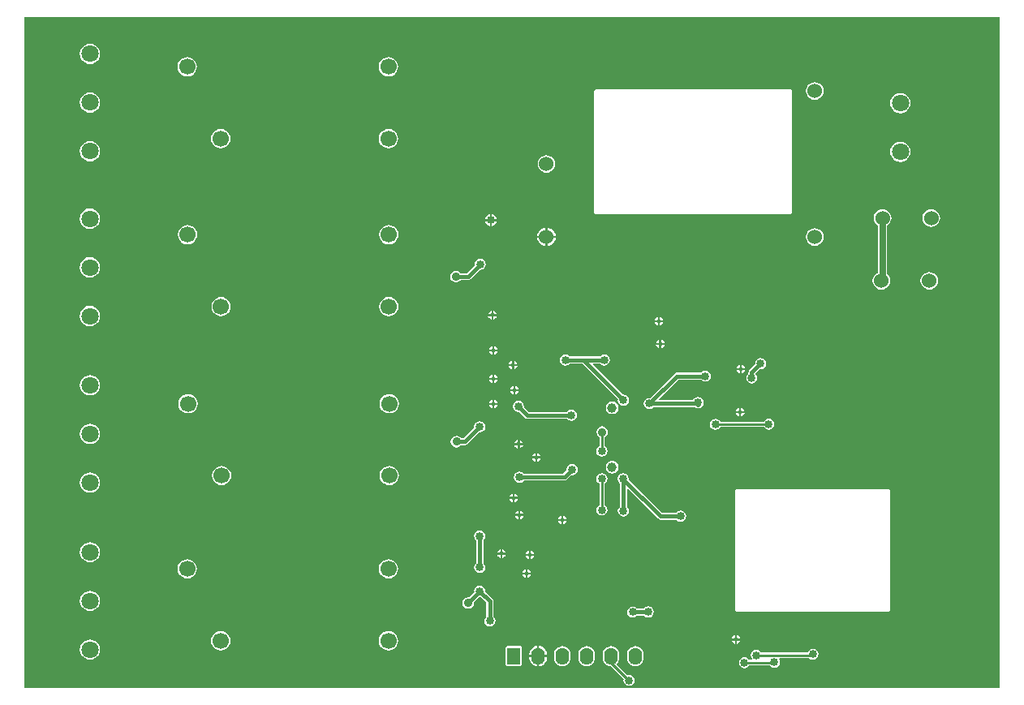
<source format=gbl>
G04 Layer_Physical_Order=2*
G04 Layer_Color=16711680*
%FSLAX25Y25*%
%MOIN*%
G70*
G01*
G75*
%ADD22C,0.01575*%
%ADD23C,0.01000*%
%ADD24C,0.02500*%
%ADD25C,0.03347*%
%ADD26C,0.07087*%
%ADD27C,0.06000*%
%ADD28C,0.06693*%
%ADD29O,0.05500X0.07000*%
%ADD30R,0.05500X0.07000*%
%ADD31C,0.03937*%
%ADD32C,0.02000*%
%ADD33C,0.03543*%
G36*
X401634Y276831D02*
X401634Y964D01*
X1003Y964D01*
X1003Y276831D01*
X401634Y276831D01*
D02*
G37*
%LPC*%
G36*
X203752Y78780D02*
X202402D01*
Y77429D01*
X202705Y77490D01*
X203296Y77885D01*
X203692Y78476D01*
X203752Y78780D01*
D02*
G37*
G36*
X201614Y80917D02*
X201310Y80857D01*
X200719Y80462D01*
X200324Y79871D01*
X200264Y79567D01*
X201614D01*
Y80917D01*
D02*
G37*
G36*
X204724Y73949D02*
Y72598D01*
X206075D01*
X206014Y72902D01*
X205619Y73493D01*
X205028Y73888D01*
X204724Y73949D01*
D02*
G37*
G36*
X201614Y78780D02*
X200264D01*
X200324Y78476D01*
X200719Y77885D01*
X201310Y77490D01*
X201614Y77429D01*
Y78780D01*
D02*
G37*
G36*
X202402Y80917D02*
Y79567D01*
X203752D01*
X203692Y79871D01*
X203296Y80462D01*
X202705Y80857D01*
X202402Y80917D01*
D02*
G37*
G36*
X150906Y92317D02*
X149878Y92182D01*
X148920Y91785D01*
X148098Y91154D01*
X147467Y90332D01*
X147070Y89374D01*
X146934Y88346D01*
X147070Y87319D01*
X147467Y86361D01*
X148098Y85539D01*
X148920Y84908D01*
X149878Y84511D01*
X150906Y84376D01*
X151933Y84511D01*
X152891Y84908D01*
X153713Y85539D01*
X154344Y86361D01*
X154741Y87319D01*
X154876Y88346D01*
X154741Y89374D01*
X154344Y90332D01*
X153713Y91154D01*
X152891Y91785D01*
X151933Y92182D01*
X150906Y92317D01*
D02*
G37*
G36*
X226024Y93174D02*
X225140Y92999D01*
X224392Y92498D01*
X223891Y91749D01*
X223715Y90866D01*
X223769Y90598D01*
X222253Y89082D01*
X206233D01*
X206081Y89309D01*
X205332Y89810D01*
X204449Y89985D01*
X203566Y89810D01*
X202817Y89309D01*
X202316Y88560D01*
X202141Y87677D01*
X202316Y86794D01*
X202817Y86045D01*
X203566Y85545D01*
X204449Y85369D01*
X205332Y85545D01*
X206081Y86045D01*
X206233Y86272D01*
X222835D01*
X223372Y86379D01*
X223828Y86684D01*
X225756Y88611D01*
X226024Y88558D01*
X226907Y88734D01*
X227656Y89234D01*
X228156Y89983D01*
X228332Y90866D01*
X228156Y91749D01*
X227656Y92498D01*
X226907Y92999D01*
X226024Y93174D01*
D02*
G37*
G36*
X27913Y89642D02*
X26834Y89500D01*
X25829Y89083D01*
X24965Y88421D01*
X24303Y87557D01*
X23886Y86552D01*
X23744Y85472D01*
X23886Y84393D01*
X24303Y83388D01*
X24965Y82524D01*
X25829Y81862D01*
X26834Y81445D01*
X27913Y81303D01*
X28993Y81445D01*
X29998Y81862D01*
X30862Y82524D01*
X31524Y83388D01*
X31941Y84393D01*
X32083Y85472D01*
X31941Y86552D01*
X31524Y87557D01*
X30862Y88421D01*
X29998Y89083D01*
X28993Y89500D01*
X27913Y89642D01*
D02*
G37*
G36*
X82008Y92317D02*
X80980Y92182D01*
X80022Y91785D01*
X79200Y91154D01*
X78569Y90332D01*
X78172Y89374D01*
X78037Y88346D01*
X78172Y87319D01*
X78569Y86361D01*
X79200Y85539D01*
X80022Y84908D01*
X80980Y84511D01*
X82008Y84376D01*
X83036Y84511D01*
X83993Y84908D01*
X84816Y85539D01*
X85447Y86361D01*
X85843Y87319D01*
X85979Y88346D01*
X85843Y89374D01*
X85447Y90332D01*
X84816Y91154D01*
X83993Y91785D01*
X83036Y92182D01*
X82008Y92317D01*
D02*
G37*
G36*
X246980Y89328D02*
X246097Y89152D01*
X245348Y88652D01*
X244848Y87903D01*
X244672Y87020D01*
X244848Y86136D01*
X245348Y85388D01*
X245721Y85138D01*
Y75642D01*
X245494Y75490D01*
X244994Y74742D01*
X244818Y73858D01*
X244994Y72975D01*
X245494Y72226D01*
X246243Y71726D01*
X247126Y71550D01*
X248009Y71726D01*
X248758Y72226D01*
X249258Y72975D01*
X249434Y73858D01*
X249258Y74742D01*
X248758Y75490D01*
X248531Y75642D01*
Y82829D01*
X248993Y83020D01*
X261392Y70621D01*
X261848Y70316D01*
X262386Y70209D01*
X268728D01*
X268880Y69982D01*
X269629Y69482D01*
X270512Y69306D01*
X271395Y69482D01*
X272144Y69982D01*
X272644Y70731D01*
X272820Y71614D01*
X272644Y72497D01*
X272144Y73246D01*
X271395Y73747D01*
X270512Y73922D01*
X269629Y73747D01*
X268880Y73246D01*
X268728Y73019D01*
X262968D01*
X249235Y86752D01*
X249289Y87020D01*
X249113Y87903D01*
X248612Y88652D01*
X247864Y89152D01*
X246980Y89328D01*
D02*
G37*
G36*
X203937Y71811D02*
X202587D01*
X202647Y71507D01*
X203042Y70916D01*
X203633Y70521D01*
X203937Y70461D01*
Y71811D01*
D02*
G37*
G36*
X221614Y69764D02*
X220264D01*
X220324Y69460D01*
X220719Y68869D01*
X221310Y68474D01*
X221614Y68413D01*
Y69764D01*
D02*
G37*
G36*
X223752D02*
X222402D01*
Y68413D01*
X222705Y68474D01*
X223296Y68869D01*
X223692Y69460D01*
X223752Y69764D01*
D02*
G37*
G36*
X206075Y71811D02*
X204724D01*
Y70461D01*
X205028Y70521D01*
X205619Y70916D01*
X206014Y71507D01*
X206075Y71811D01*
D02*
G37*
G36*
X238268Y89277D02*
X237385Y89101D01*
X236636Y88601D01*
X236135Y87852D01*
X235960Y86968D01*
X236135Y86085D01*
X236636Y85336D01*
X237156Y84989D01*
Y76192D01*
X236636Y75845D01*
X236135Y75096D01*
X235960Y74213D01*
X236135Y73329D01*
X236636Y72580D01*
X237385Y72080D01*
X238268Y71904D01*
X239151Y72080D01*
X239900Y72580D01*
X240400Y73329D01*
X240576Y74213D01*
X240400Y75096D01*
X239900Y75845D01*
X239380Y76192D01*
Y84989D01*
X239900Y85336D01*
X240400Y86085D01*
X240576Y86968D01*
X240400Y87852D01*
X239900Y88601D01*
X239151Y89101D01*
X238268Y89277D01*
D02*
G37*
G36*
X203937Y73949D02*
X203633Y73888D01*
X203042Y73493D01*
X202647Y72902D01*
X202587Y72598D01*
X203937D01*
Y73949D01*
D02*
G37*
G36*
X221614Y71902D02*
X221310Y71841D01*
X220719Y71446D01*
X220324Y70855D01*
X220264Y70551D01*
X221614D01*
Y71902D01*
D02*
G37*
G36*
X222402D02*
Y70551D01*
X223752D01*
X223692Y70855D01*
X223296Y71446D01*
X222705Y71841D01*
X222402Y71902D01*
D02*
G37*
G36*
X188110Y110694D02*
X187227Y110518D01*
X186478Y110018D01*
X185978Y109269D01*
X185802Y108386D01*
X185855Y108118D01*
X181446Y103708D01*
X180446D01*
X180246Y104006D01*
X179465Y104528D01*
X178543Y104712D01*
X177622Y104528D01*
X176840Y104006D01*
X176318Y103225D01*
X176135Y102303D01*
X176318Y101382D01*
X176840Y100600D01*
X177622Y100078D01*
X178543Y99895D01*
X179465Y100078D01*
X180246Y100600D01*
X180446Y100898D01*
X182028D01*
X182565Y101005D01*
X183021Y101310D01*
X187842Y106131D01*
X188110Y106078D01*
X188994Y106253D01*
X189742Y106754D01*
X190243Y107502D01*
X190418Y108386D01*
X190243Y109269D01*
X189742Y110018D01*
X188994Y110518D01*
X188110Y110694D01*
D02*
G37*
G36*
X306811Y111757D02*
X305928Y111581D01*
X305179Y111081D01*
X304805Y110521D01*
X286901D01*
X286553Y111041D01*
X285805Y111542D01*
X284921Y111718D01*
X284038Y111542D01*
X283289Y111041D01*
X282789Y110293D01*
X282613Y109409D01*
X282789Y108526D01*
X283289Y107777D01*
X284038Y107277D01*
X284921Y107101D01*
X285805Y107277D01*
X286553Y107777D01*
X286901Y108298D01*
X304858D01*
X305179Y107817D01*
X305928Y107316D01*
X306811Y107141D01*
X307694Y107316D01*
X308443Y107817D01*
X308943Y108565D01*
X309119Y109449D01*
X308943Y110332D01*
X308443Y111081D01*
X307694Y111581D01*
X306811Y111757D01*
D02*
G37*
G36*
X203701Y103004D02*
X203397Y102944D01*
X202806Y102549D01*
X202411Y101957D01*
X202350Y101654D01*
X203701D01*
Y103004D01*
D02*
G37*
G36*
X204488D02*
Y101654D01*
X205839D01*
X205778Y101957D01*
X205383Y102549D01*
X204792Y102944D01*
X204488Y103004D01*
D02*
G37*
G36*
X203976Y119080D02*
X203093Y118904D01*
X202344Y118404D01*
X201844Y117655D01*
X201668Y116772D01*
X201844Y115888D01*
X202344Y115140D01*
X203093Y114639D01*
X203976Y114463D01*
X204244Y114517D01*
X206605Y112156D01*
X207061Y111852D01*
X207598Y111745D01*
X223925D01*
X224077Y111518D01*
X224825Y111017D01*
X225709Y110842D01*
X226592Y111017D01*
X227341Y111518D01*
X227841Y112266D01*
X228017Y113150D01*
X227841Y114033D01*
X227341Y114782D01*
X226592Y115282D01*
X225709Y115458D01*
X224825Y115282D01*
X224077Y114782D01*
X223925Y114555D01*
X208180D01*
X206231Y116504D01*
X206284Y116772D01*
X206109Y117655D01*
X205609Y118404D01*
X204860Y118904D01*
X203976Y119080D01*
D02*
G37*
G36*
X68228Y121845D02*
X67201Y121710D01*
X66243Y121313D01*
X65420Y120682D01*
X64789Y119860D01*
X64393Y118902D01*
X64257Y117874D01*
X64393Y116846D01*
X64789Y115889D01*
X65420Y115066D01*
X66243Y114435D01*
X67201Y114038D01*
X68228Y113903D01*
X69256Y114038D01*
X70214Y114435D01*
X71036Y115066D01*
X71667Y115889D01*
X72064Y116846D01*
X72199Y117874D01*
X72064Y118902D01*
X71667Y119860D01*
X71036Y120682D01*
X70214Y121313D01*
X69256Y121710D01*
X68228Y121845D01*
D02*
G37*
G36*
X150906D02*
X149878Y121710D01*
X148920Y121313D01*
X148098Y120682D01*
X147467Y119860D01*
X147070Y118902D01*
X146934Y117874D01*
X147070Y116846D01*
X147467Y115889D01*
X148098Y115066D01*
X148920Y114435D01*
X149878Y114038D01*
X150906Y113903D01*
X151933Y114038D01*
X152891Y114435D01*
X153713Y115066D01*
X154344Y115889D01*
X154741Y116846D01*
X154876Y117874D01*
X154741Y118902D01*
X154344Y119860D01*
X153713Y120682D01*
X152891Y121313D01*
X151933Y121710D01*
X150906Y121845D01*
D02*
G37*
G36*
X294685Y114094D02*
X293335D01*
X293395Y113791D01*
X293790Y113199D01*
X294381Y112804D01*
X294685Y112744D01*
Y114094D01*
D02*
G37*
G36*
X296823D02*
X295472D01*
Y112744D01*
X295776Y112804D01*
X296367Y113199D01*
X296762Y113791D01*
X296823Y114094D01*
D02*
G37*
G36*
X242605Y94433D02*
X242480Y94408D01*
X242356Y94433D01*
X241588Y94280D01*
X241482Y94210D01*
X241357Y94185D01*
X240706Y93750D01*
X240635Y93644D01*
X240530Y93574D01*
X240095Y92922D01*
X240070Y92798D01*
X239999Y92692D01*
X239846Y91924D01*
X239859Y91860D01*
X239834Y91799D01*
X239859Y91739D01*
X239846Y91675D01*
X239999Y90906D01*
X240070Y90801D01*
X240095Y90676D01*
X240530Y90025D01*
X240635Y89954D01*
X240706Y89849D01*
X241357Y89413D01*
X241482Y89389D01*
X241588Y89318D01*
X242356Y89165D01*
X242480Y89190D01*
X242605Y89165D01*
X243373Y89318D01*
X243479Y89389D01*
X243603Y89413D01*
X244255Y89849D01*
X244325Y89954D01*
X244431Y90025D01*
X244866Y90676D01*
X244891Y90801D01*
X244962Y90906D01*
X245114Y91675D01*
X245102Y91739D01*
X245127Y91799D01*
X245102Y91860D01*
X245114Y91924D01*
X244962Y92692D01*
X244891Y92798D01*
X244866Y92922D01*
X244431Y93574D01*
X244325Y93644D01*
X244255Y93750D01*
X243603Y94185D01*
X243479Y94210D01*
X243373Y94280D01*
X242605Y94433D01*
D02*
G37*
G36*
X238386Y108590D02*
X237464Y108406D01*
X236683Y107884D01*
X236161Y107103D01*
X235977Y106181D01*
X236161Y105259D01*
X236683Y104478D01*
X237156Y104162D01*
Y100365D01*
X236636Y100018D01*
X236135Y99269D01*
X235960Y98386D01*
X236135Y97502D01*
X236636Y96754D01*
X237385Y96253D01*
X238268Y96078D01*
X239151Y96253D01*
X239900Y96754D01*
X240400Y97502D01*
X240576Y98386D01*
X240400Y99269D01*
X239900Y100018D01*
X239380Y100365D01*
Y104004D01*
X240089Y104478D01*
X240611Y105259D01*
X240794Y106181D01*
X240611Y107103D01*
X240089Y107884D01*
X239307Y108406D01*
X238386Y108590D01*
D02*
G37*
G36*
X210984Y95472D02*
X209634D01*
X209694Y95169D01*
X210089Y94577D01*
X210681Y94182D01*
X210984Y94122D01*
Y95472D01*
D02*
G37*
G36*
X213122D02*
X211772D01*
Y94122D01*
X212075Y94182D01*
X212667Y94577D01*
X213062Y95169D01*
X213122Y95472D01*
D02*
G37*
G36*
X210984Y97610D02*
X210681Y97550D01*
X210089Y97155D01*
X209694Y96564D01*
X209634Y96260D01*
X210984D01*
Y97610D01*
D02*
G37*
G36*
X205839Y100866D02*
X204488D01*
Y99516D01*
X204792Y99576D01*
X205383Y99971D01*
X205778Y100562D01*
X205839Y100866D01*
D02*
G37*
G36*
X27913Y109642D02*
X26834Y109500D01*
X25829Y109083D01*
X24965Y108421D01*
X24303Y107557D01*
X23886Y106552D01*
X23744Y105472D01*
X23886Y104393D01*
X24303Y103388D01*
X24965Y102524D01*
X25829Y101862D01*
X26834Y101445D01*
X27913Y101303D01*
X28993Y101445D01*
X29998Y101862D01*
X30862Y102524D01*
X31524Y103388D01*
X31941Y104393D01*
X32083Y105472D01*
X31941Y106552D01*
X31524Y107557D01*
X30862Y108421D01*
X29998Y109083D01*
X28993Y109500D01*
X27913Y109642D01*
D02*
G37*
G36*
X211772Y97610D02*
Y96260D01*
X213122D01*
X213062Y96564D01*
X212667Y97155D01*
X212075Y97550D01*
X211772Y97610D01*
D02*
G37*
G36*
X203701Y100866D02*
X202350D01*
X202411Y100562D01*
X202806Y99971D01*
X203397Y99576D01*
X203701Y99516D01*
Y100866D01*
D02*
G37*
G36*
X197402Y58004D02*
Y56653D01*
X198752D01*
X198692Y56957D01*
X198296Y57548D01*
X197705Y57943D01*
X197402Y58004D01*
D02*
G37*
G36*
X81653Y24483D02*
X80626Y24348D01*
X79668Y23951D01*
X78846Y23320D01*
X78215Y22497D01*
X77818Y21540D01*
X77683Y20512D01*
X77818Y19484D01*
X78215Y18526D01*
X78846Y17704D01*
X79668Y17073D01*
X80626Y16676D01*
X81653Y16541D01*
X82681Y16676D01*
X83639Y17073D01*
X84461Y17704D01*
X85093Y18526D01*
X85489Y19484D01*
X85624Y20512D01*
X85489Y21540D01*
X85093Y22497D01*
X84461Y23320D01*
X83639Y23951D01*
X82681Y24348D01*
X81653Y24483D01*
D02*
G37*
G36*
X150551D02*
X149523Y24348D01*
X148566Y23951D01*
X147743Y23320D01*
X147112Y22497D01*
X146715Y21540D01*
X146580Y20512D01*
X146715Y19484D01*
X147112Y18526D01*
X147743Y17704D01*
X148566Y17073D01*
X149523Y16676D01*
X150551Y16541D01*
X151579Y16676D01*
X152537Y17073D01*
X153359Y17704D01*
X153990Y18526D01*
X154387Y19484D01*
X154522Y20512D01*
X154387Y21540D01*
X153990Y22497D01*
X153359Y23320D01*
X152537Y23951D01*
X151579Y24348D01*
X150551Y24483D01*
D02*
G37*
G36*
X212441Y18479D02*
Y14606D01*
X215615D01*
Y14963D01*
X215494Y15886D01*
X215137Y16747D01*
X214570Y17485D01*
X213831Y18053D01*
X212971Y18409D01*
X212441Y18479D01*
D02*
G37*
G36*
X324882Y17229D02*
X323999Y17054D01*
X323250Y16553D01*
X322749Y15804D01*
X322717Y15640D01*
X303607D01*
X303286Y16120D01*
X302537Y16621D01*
X301654Y16796D01*
X300770Y16621D01*
X300021Y16120D01*
X299521Y15371D01*
X299345Y14488D01*
X299521Y13605D01*
X299827Y13147D01*
X299559Y12647D01*
X298791D01*
X298443Y13168D01*
X297694Y13668D01*
X296811Y13844D01*
X295928Y13668D01*
X295179Y13168D01*
X294679Y12419D01*
X294503Y11535D01*
X294679Y10652D01*
X295179Y9903D01*
X295928Y9403D01*
X296811Y9227D01*
X297694Y9403D01*
X298443Y9903D01*
X298791Y10424D01*
X307181D01*
X307423Y10061D01*
X308172Y9561D01*
X309055Y9385D01*
X309938Y9561D01*
X310687Y10061D01*
X311188Y10810D01*
X311363Y11693D01*
X311188Y12576D01*
X310961Y12916D01*
X311228Y13416D01*
X323165D01*
X323250Y13289D01*
X323999Y12789D01*
X324882Y12613D01*
X325765Y12789D01*
X326514Y13289D01*
X327014Y14038D01*
X327190Y14921D01*
X327014Y15804D01*
X326514Y16553D01*
X325765Y17054D01*
X324882Y17229D01*
D02*
G37*
G36*
X292874Y20551D02*
X291524D01*
X291584Y20247D01*
X291979Y19656D01*
X292570Y19261D01*
X292874Y19201D01*
Y20551D01*
D02*
G37*
G36*
X293661Y22689D02*
Y21339D01*
X295012D01*
X294951Y21642D01*
X294556Y22233D01*
X293965Y22629D01*
X293661Y22689D01*
D02*
G37*
G36*
X188110Y43174D02*
X187227Y42999D01*
X186478Y42498D01*
X185978Y41749D01*
X185802Y40866D01*
X185855Y40598D01*
X183600Y38342D01*
X183346Y38393D01*
X182425Y38209D01*
X181643Y37687D01*
X181121Y36906D01*
X180938Y35984D01*
X181121Y35063D01*
X181643Y34281D01*
X182425Y33759D01*
X183346Y33576D01*
X184268Y33759D01*
X185049Y34281D01*
X185572Y35063D01*
X185755Y35984D01*
X185665Y36434D01*
X187842Y38611D01*
X188110Y38558D01*
X188378Y38611D01*
X190800Y36190D01*
Y30367D01*
X190573Y30215D01*
X190072Y29466D01*
X189897Y28583D01*
X190072Y27699D01*
X190573Y26951D01*
X191321Y26450D01*
X192205Y26274D01*
X193088Y26450D01*
X193837Y26951D01*
X194337Y27699D01*
X194513Y28583D01*
X194337Y29466D01*
X193837Y30215D01*
X193610Y30367D01*
Y36772D01*
X193503Y37309D01*
X193198Y37765D01*
X190365Y40598D01*
X190418Y40866D01*
X190243Y41749D01*
X189742Y42498D01*
X188994Y42999D01*
X188110Y43174D01*
D02*
G37*
G36*
X295012Y20551D02*
X293661D01*
Y19201D01*
X293965Y19261D01*
X294556Y19656D01*
X294951Y20247D01*
X295012Y20551D01*
D02*
G37*
G36*
X292874Y22689D02*
X292570Y22629D01*
X291979Y22233D01*
X291584Y21642D01*
X291524Y21339D01*
X292874D01*
Y22689D01*
D02*
G37*
G36*
X215615Y13819D02*
X212441D01*
Y9946D01*
X212971Y10016D01*
X213831Y10373D01*
X214570Y10940D01*
X215137Y11679D01*
X215494Y12539D01*
X215615Y13463D01*
Y13819D01*
D02*
G37*
G36*
X204797Y18352D02*
X199297D01*
X198845Y18165D01*
X198658Y17713D01*
Y10713D01*
X198845Y10261D01*
X199297Y10073D01*
X204797D01*
X205249Y10261D01*
X205436Y10713D01*
Y17713D01*
X205249Y18165D01*
X204797Y18352D01*
D02*
G37*
G36*
X242047Y18332D02*
X241175Y18217D01*
X240363Y17881D01*
X239665Y17345D01*
X239129Y16647D01*
X238793Y15835D01*
X238678Y14963D01*
Y13463D01*
X238793Y12591D01*
X239129Y11778D01*
X239665Y11080D01*
X240363Y10545D01*
X241175Y10208D01*
X241897Y10113D01*
X247184Y4826D01*
X247062Y4213D01*
X247238Y3329D01*
X247738Y2581D01*
X248487Y2080D01*
X249370Y1905D01*
X250253Y2080D01*
X251002Y2581D01*
X251502Y3329D01*
X251678Y4213D01*
X251502Y5096D01*
X251002Y5845D01*
X250253Y6345D01*
X249370Y6521D01*
X248757Y6399D01*
X244408Y10747D01*
X244430Y11080D01*
X244965Y11778D01*
X245302Y12591D01*
X245417Y13463D01*
Y14963D01*
X245302Y15835D01*
X244965Y16647D01*
X244430Y17345D01*
X243732Y17881D01*
X242919Y18217D01*
X242047Y18332D01*
D02*
G37*
G36*
X211653Y13819D02*
X208479D01*
Y13463D01*
X208601Y12539D01*
X208957Y11679D01*
X209524Y10940D01*
X210263Y10373D01*
X211124Y10016D01*
X211653Y9946D01*
Y13819D01*
D02*
G37*
G36*
X222047Y18332D02*
X221175Y18217D01*
X220363Y17881D01*
X219665Y17345D01*
X219129Y16647D01*
X218793Y15835D01*
X218678Y14963D01*
Y13463D01*
X218793Y12591D01*
X219129Y11778D01*
X219665Y11080D01*
X220363Y10545D01*
X221175Y10208D01*
X222047Y10093D01*
X222919Y10208D01*
X223732Y10545D01*
X224430Y11080D01*
X224965Y11778D01*
X225302Y12591D01*
X225417Y13463D01*
Y14963D01*
X225302Y15835D01*
X224965Y16647D01*
X224430Y17345D01*
X223732Y17881D01*
X222919Y18217D01*
X222047Y18332D01*
D02*
G37*
G36*
X27913Y21020D02*
X26834Y20878D01*
X25829Y20461D01*
X24965Y19799D01*
X24303Y18935D01*
X23886Y17930D01*
X23744Y16850D01*
X23886Y15771D01*
X24303Y14766D01*
X24965Y13902D01*
X25829Y13239D01*
X26834Y12823D01*
X27913Y12681D01*
X28993Y12823D01*
X29998Y13239D01*
X30862Y13902D01*
X31524Y14766D01*
X31941Y15771D01*
X32083Y16850D01*
X31941Y17930D01*
X31524Y18935D01*
X30862Y19799D01*
X29998Y20461D01*
X28993Y20878D01*
X27913Y21020D01*
D02*
G37*
G36*
X211653Y18479D02*
X211124Y18409D01*
X210263Y18053D01*
X209524Y17485D01*
X208957Y16747D01*
X208601Y15886D01*
X208479Y14963D01*
Y14606D01*
X211653D01*
Y18479D01*
D02*
G37*
G36*
X232047Y18332D02*
X231175Y18217D01*
X230363Y17881D01*
X229665Y17345D01*
X229129Y16647D01*
X228793Y15835D01*
X228678Y14963D01*
Y13463D01*
X228793Y12591D01*
X229129Y11778D01*
X229665Y11080D01*
X230363Y10545D01*
X231175Y10208D01*
X232047Y10093D01*
X232919Y10208D01*
X233732Y10545D01*
X234430Y11080D01*
X234965Y11778D01*
X235302Y12591D01*
X235417Y13463D01*
Y14963D01*
X235302Y15835D01*
X234965Y16647D01*
X234430Y17345D01*
X233732Y17881D01*
X232919Y18217D01*
X232047Y18332D01*
D02*
G37*
G36*
X252047D02*
X251175Y18217D01*
X250363Y17881D01*
X249665Y17345D01*
X249129Y16647D01*
X248793Y15835D01*
X248678Y14963D01*
Y13463D01*
X248793Y12591D01*
X249129Y11778D01*
X249665Y11080D01*
X250363Y10545D01*
X251175Y10208D01*
X252047Y10093D01*
X252919Y10208D01*
X253732Y10545D01*
X254430Y11080D01*
X254965Y11778D01*
X255302Y12591D01*
X255417Y13463D01*
Y14963D01*
X255302Y15835D01*
X254965Y16647D01*
X254430Y17345D01*
X253732Y17881D01*
X252919Y18217D01*
X252047Y18332D01*
D02*
G37*
G36*
X208228Y55394D02*
X206878D01*
X206938Y55090D01*
X207333Y54499D01*
X207925Y54104D01*
X208228Y54043D01*
Y55394D01*
D02*
G37*
G36*
X210366D02*
X209016D01*
Y54043D01*
X209319Y54104D01*
X209911Y54499D01*
X210306Y55090D01*
X210366Y55394D01*
D02*
G37*
G36*
X207795Y49894D02*
Y48543D01*
X209146D01*
X209085Y48847D01*
X208690Y49438D01*
X208099Y49833D01*
X207795Y49894D01*
D02*
G37*
G36*
X27913Y61020D02*
X26834Y60878D01*
X25829Y60461D01*
X24965Y59799D01*
X24303Y58935D01*
X23886Y57929D01*
X23744Y56850D01*
X23886Y55771D01*
X24303Y54766D01*
X24965Y53902D01*
X25829Y53240D01*
X26834Y52823D01*
X27913Y52681D01*
X28993Y52823D01*
X29998Y53240D01*
X30862Y53902D01*
X31524Y54766D01*
X31941Y55771D01*
X32083Y56850D01*
X31941Y57929D01*
X31524Y58935D01*
X30862Y59799D01*
X29998Y60461D01*
X28993Y60878D01*
X27913Y61020D01*
D02*
G37*
G36*
X196614Y55866D02*
X195264D01*
X195324Y55562D01*
X195719Y54971D01*
X196310Y54576D01*
X196614Y54516D01*
Y55866D01*
D02*
G37*
G36*
X209016Y57531D02*
Y56181D01*
X210366D01*
X210306Y56485D01*
X209911Y57076D01*
X209319Y57471D01*
X209016Y57531D01*
D02*
G37*
G36*
X196614Y58004D02*
X196310Y57943D01*
X195719Y57548D01*
X195324Y56957D01*
X195264Y56653D01*
X196614D01*
Y58004D01*
D02*
G37*
G36*
X198752Y55866D02*
X197402D01*
Y54516D01*
X197705Y54576D01*
X198296Y54971D01*
X198692Y55562D01*
X198752Y55866D01*
D02*
G37*
G36*
X208228Y57531D02*
X207925Y57471D01*
X207333Y57076D01*
X206938Y56485D01*
X206878Y56181D01*
X208228D01*
Y57531D01*
D02*
G37*
G36*
X257323Y34592D02*
X256440Y34416D01*
X255691Y33916D01*
X255513Y33649D01*
X252650D01*
X252498Y33876D01*
X251749Y34376D01*
X250866Y34552D01*
X249983Y34376D01*
X249234Y33876D01*
X248734Y33127D01*
X248558Y32244D01*
X248734Y31361D01*
X249234Y30612D01*
X249983Y30112D01*
X250866Y29936D01*
X251749Y30112D01*
X252498Y30612D01*
X252650Y30839D01*
X255565D01*
X255691Y30651D01*
X256440Y30151D01*
X257323Y29975D01*
X258206Y30151D01*
X258955Y30651D01*
X259455Y31400D01*
X259631Y32283D01*
X259455Y33167D01*
X258955Y33916D01*
X258206Y34416D01*
X257323Y34592D01*
D02*
G37*
G36*
X67874Y54010D02*
X66846Y53875D01*
X65889Y53478D01*
X65066Y52847D01*
X64435Y52025D01*
X64038Y51067D01*
X63903Y50039D01*
X64038Y49012D01*
X64435Y48054D01*
X65066Y47232D01*
X65889Y46600D01*
X66846Y46204D01*
X67874Y46068D01*
X68902Y46204D01*
X69859Y46600D01*
X70682Y47232D01*
X71313Y48054D01*
X71710Y49012D01*
X71845Y50039D01*
X71710Y51067D01*
X71313Y52025D01*
X70682Y52847D01*
X69859Y53478D01*
X68902Y53875D01*
X67874Y54010D01*
D02*
G37*
G36*
X293622Y82824D02*
X293170Y82637D01*
X292983Y82185D01*
X292983Y32972D01*
X293170Y32520D01*
X293622Y32333D01*
X356025Y32333D01*
X356477Y32520D01*
X356664Y32972D01*
X356664Y82185D01*
X356477Y82637D01*
X356025Y82824D01*
X293622Y82824D01*
D02*
G37*
G36*
X27913Y41020D02*
X26834Y40878D01*
X25829Y40461D01*
X24965Y39799D01*
X24303Y38935D01*
X23886Y37929D01*
X23744Y36850D01*
X23886Y35771D01*
X24303Y34766D01*
X24965Y33902D01*
X25829Y33239D01*
X26834Y32823D01*
X27913Y32681D01*
X28993Y32823D01*
X29998Y33239D01*
X30862Y33902D01*
X31524Y34766D01*
X31941Y35771D01*
X32083Y36850D01*
X31941Y37929D01*
X31524Y38935D01*
X30862Y39799D01*
X29998Y40461D01*
X28993Y40878D01*
X27913Y41020D01*
D02*
G37*
G36*
X150551Y54010D02*
X149523Y53875D01*
X148566Y53478D01*
X147743Y52847D01*
X147112Y52025D01*
X146715Y51067D01*
X146580Y50039D01*
X146715Y49012D01*
X147112Y48054D01*
X147743Y47232D01*
X148566Y46600D01*
X149523Y46204D01*
X150551Y46068D01*
X151579Y46204D01*
X152537Y46600D01*
X153359Y47232D01*
X153990Y48054D01*
X154387Y49012D01*
X154522Y50039D01*
X154387Y51067D01*
X153990Y52025D01*
X153359Y52847D01*
X152537Y53478D01*
X151579Y53875D01*
X150551Y54010D01*
D02*
G37*
G36*
X188110Y65812D02*
X187227Y65636D01*
X186478Y65136D01*
X185978Y64387D01*
X185802Y63504D01*
X185978Y62621D01*
X186478Y61872D01*
X186705Y61720D01*
Y52374D01*
X186478Y52223D01*
X185978Y51474D01*
X185802Y50591D01*
X185978Y49707D01*
X186478Y48959D01*
X187227Y48458D01*
X188110Y48282D01*
X188994Y48458D01*
X189742Y48959D01*
X190243Y49707D01*
X190418Y50591D01*
X190243Y51474D01*
X189742Y52223D01*
X189515Y52374D01*
Y61720D01*
X189742Y61872D01*
X190243Y62621D01*
X190418Y63504D01*
X190243Y64387D01*
X189742Y65136D01*
X188994Y65636D01*
X188110Y65812D01*
D02*
G37*
G36*
X207008Y49894D02*
X206704Y49833D01*
X206113Y49438D01*
X205718Y48847D01*
X205658Y48543D01*
X207008D01*
Y49894D01*
D02*
G37*
G36*
Y47756D02*
X205658D01*
X205718Y47452D01*
X206113Y46861D01*
X206704Y46466D01*
X207008Y46406D01*
Y47756D01*
D02*
G37*
G36*
X209146D02*
X207795D01*
Y46406D01*
X208099Y46466D01*
X208690Y46861D01*
X209085Y47452D01*
X209146Y47756D01*
D02*
G37*
G36*
X294685Y116232D02*
X294381Y116172D01*
X293790Y115777D01*
X293395Y115186D01*
X293335Y114882D01*
X294685D01*
Y116232D01*
D02*
G37*
G36*
X188228Y177426D02*
X187345Y177251D01*
X186596Y176750D01*
X186096Y176001D01*
X185920Y175118D01*
X185974Y174850D01*
X182666Y171543D01*
X180249D01*
X180050Y171841D01*
X179268Y172363D01*
X178347Y172546D01*
X177425Y172363D01*
X176643Y171841D01*
X176121Y171060D01*
X175938Y170138D01*
X176121Y169216D01*
X176643Y168435D01*
X177425Y167913D01*
X178347Y167729D01*
X179268Y167913D01*
X180050Y168435D01*
X180249Y168733D01*
X183248D01*
X183786Y168840D01*
X184241Y169144D01*
X187960Y172863D01*
X188228Y172810D01*
X189112Y172986D01*
X189860Y173486D01*
X190361Y174235D01*
X190536Y175118D01*
X190361Y176001D01*
X189860Y176750D01*
X189112Y177251D01*
X188228Y177426D01*
D02*
G37*
G36*
X215079Y185984D02*
X211704D01*
X211783Y185389D01*
X212164Y184468D01*
X212771Y183677D01*
X213562Y183070D01*
X214484Y182688D01*
X215079Y182610D01*
Y185984D01*
D02*
G37*
G36*
X372756Y172007D02*
X371819Y171884D01*
X370945Y171522D01*
X370195Y170947D01*
X369620Y170197D01*
X369258Y169323D01*
X369134Y168386D01*
X369258Y167448D01*
X369620Y166575D01*
X370195Y165825D01*
X370945Y165250D01*
X371819Y164888D01*
X372756Y164764D01*
X373693Y164888D01*
X374567Y165250D01*
X375317Y165825D01*
X375892Y166575D01*
X376254Y167448D01*
X376377Y168386D01*
X376254Y169323D01*
X375892Y170197D01*
X375317Y170947D01*
X374567Y171522D01*
X373693Y171884D01*
X372756Y172007D01*
D02*
G37*
G36*
X27874Y178067D02*
X26795Y177925D01*
X25789Y177508D01*
X24926Y176846D01*
X24263Y175982D01*
X23847Y174977D01*
X23705Y173898D01*
X23847Y172819D01*
X24263Y171813D01*
X24926Y170949D01*
X25789Y170287D01*
X26795Y169870D01*
X27874Y169728D01*
X28953Y169870D01*
X29959Y170287D01*
X30822Y170949D01*
X31485Y171813D01*
X31901Y172819D01*
X32043Y173898D01*
X31901Y174977D01*
X31485Y175982D01*
X30822Y176846D01*
X29959Y177508D01*
X28953Y177925D01*
X27874Y178067D01*
D02*
G37*
G36*
X219241Y185984D02*
X215866D01*
Y182610D01*
X216461Y182688D01*
X217383Y183070D01*
X218174Y183677D01*
X218781Y184468D01*
X219162Y185389D01*
X219241Y185984D01*
D02*
G37*
G36*
X150709Y191254D02*
X149681Y191119D01*
X148723Y190722D01*
X147901Y190091D01*
X147270Y189269D01*
X146873Y188311D01*
X146738Y187284D01*
X146873Y186256D01*
X147270Y185298D01*
X147901Y184476D01*
X148723Y183844D01*
X149681Y183448D01*
X150709Y183312D01*
X151736Y183448D01*
X152694Y183844D01*
X153517Y184476D01*
X154148Y185298D01*
X154544Y186256D01*
X154680Y187284D01*
X154544Y188311D01*
X154148Y189269D01*
X153517Y190091D01*
X152694Y190722D01*
X151736Y191119D01*
X150709Y191254D01*
D02*
G37*
G36*
X215079Y190146D02*
X214484Y190068D01*
X213562Y189686D01*
X212771Y189079D01*
X212164Y188288D01*
X211783Y187367D01*
X211704Y186772D01*
X215079D01*
Y190146D01*
D02*
G37*
G36*
X325709Y189999D02*
X324771Y189876D01*
X323898Y189514D01*
X323148Y188939D01*
X322572Y188189D01*
X322211Y187315D01*
X322087Y186378D01*
X322211Y185441D01*
X322572Y184567D01*
X323148Y183817D01*
X323898Y183242D01*
X324771Y182880D01*
X325709Y182756D01*
X326646Y182880D01*
X327519Y183242D01*
X328270Y183817D01*
X328845Y184567D01*
X329207Y185441D01*
X329330Y186378D01*
X329207Y187315D01*
X328845Y188189D01*
X328270Y188939D01*
X327519Y189514D01*
X326646Y189876D01*
X325709Y189999D01*
D02*
G37*
G36*
X68032Y191254D02*
X67004Y191119D01*
X66046Y190722D01*
X65224Y190091D01*
X64592Y189269D01*
X64196Y188311D01*
X64060Y187284D01*
X64196Y186256D01*
X64592Y185298D01*
X65224Y184476D01*
X66046Y183844D01*
X67004Y183448D01*
X68032Y183312D01*
X69059Y183448D01*
X70017Y183844D01*
X70839Y184476D01*
X71470Y185298D01*
X71867Y186256D01*
X72002Y187284D01*
X71867Y188311D01*
X71470Y189269D01*
X70839Y190091D01*
X70017Y190722D01*
X69059Y191119D01*
X68032Y191254D01*
D02*
G37*
G36*
X192835Y153858D02*
X191484D01*
X191545Y153555D01*
X191940Y152963D01*
X192531Y152568D01*
X192835Y152508D01*
Y153858D01*
D02*
G37*
G36*
X194973D02*
X193622D01*
Y152508D01*
X193926Y152568D01*
X194517Y152963D01*
X194912Y153555D01*
X194973Y153858D01*
D02*
G37*
G36*
X261299Y153398D02*
X260996Y153337D01*
X260404Y152942D01*
X260009Y152351D01*
X259949Y152047D01*
X261299D01*
Y153398D01*
D02*
G37*
G36*
X262087D02*
Y152047D01*
X263437D01*
X263377Y152351D01*
X262982Y152942D01*
X262390Y153337D01*
X262087Y153398D01*
D02*
G37*
G36*
X81811Y161727D02*
X80783Y161592D01*
X79826Y161195D01*
X79003Y160564D01*
X78372Y159741D01*
X77975Y158784D01*
X77840Y157756D01*
X77975Y156728D01*
X78372Y155770D01*
X79003Y154948D01*
X79826Y154317D01*
X80783Y153920D01*
X81811Y153785D01*
X82839Y153920D01*
X83797Y154317D01*
X84619Y154948D01*
X85250Y155770D01*
X85647Y156728D01*
X85782Y157756D01*
X85647Y158784D01*
X85250Y159741D01*
X84619Y160564D01*
X83797Y161195D01*
X82839Y161592D01*
X81811Y161727D01*
D02*
G37*
G36*
X193622Y155996D02*
Y154646D01*
X194973D01*
X194912Y154949D01*
X194517Y155541D01*
X193926Y155936D01*
X193622Y155996D01*
D02*
G37*
G36*
X353543Y197795D02*
X352606Y197671D01*
X351732Y197310D01*
X350982Y196734D01*
X350407Y195984D01*
X350045Y195110D01*
X349922Y194173D01*
X350045Y193236D01*
X350407Y192362D01*
X350982Y191612D01*
X351667Y191087D01*
Y171691D01*
X351260Y171522D01*
X350510Y170947D01*
X349935Y170197D01*
X349573Y169323D01*
X349449Y168386D01*
X349573Y167448D01*
X349935Y166575D01*
X350510Y165825D01*
X351260Y165250D01*
X352134Y164888D01*
X353071Y164764D01*
X354008Y164888D01*
X354882Y165250D01*
X355632Y165825D01*
X356207Y166575D01*
X356569Y167448D01*
X356692Y168386D01*
X356569Y169323D01*
X356207Y170197D01*
X355632Y170947D01*
X355420Y171109D01*
Y191087D01*
X356104Y191612D01*
X356680Y192362D01*
X357041Y193236D01*
X357165Y194173D01*
X357041Y195110D01*
X356680Y195984D01*
X356104Y196734D01*
X355354Y197310D01*
X354481Y197671D01*
X353543Y197795D01*
D02*
G37*
G36*
X150709Y161727D02*
X149681Y161592D01*
X148723Y161195D01*
X147901Y160564D01*
X147270Y159741D01*
X146873Y158784D01*
X146738Y157756D01*
X146873Y156728D01*
X147270Y155770D01*
X147901Y154948D01*
X148723Y154317D01*
X149681Y153920D01*
X150709Y153785D01*
X151736Y153920D01*
X152694Y154317D01*
X153517Y154948D01*
X154148Y155770D01*
X154544Y156728D01*
X154680Y157756D01*
X154544Y158784D01*
X154148Y159741D01*
X153517Y160564D01*
X152694Y161195D01*
X151736Y161592D01*
X150709Y161727D01*
D02*
G37*
G36*
X192835Y155996D02*
X192531Y155936D01*
X191940Y155541D01*
X191545Y154949D01*
X191484Y154646D01*
X192835D01*
Y155996D01*
D02*
G37*
G36*
X215866Y190146D02*
Y186772D01*
X219241D01*
X219162Y187367D01*
X218781Y188288D01*
X218174Y189079D01*
X217383Y189686D01*
X216461Y190068D01*
X215866Y190146D01*
D02*
G37*
G36*
X150551Y230743D02*
X149523Y230607D01*
X148566Y230211D01*
X147743Y229580D01*
X147112Y228757D01*
X146715Y227799D01*
X146580Y226772D01*
X146715Y225744D01*
X147112Y224786D01*
X147743Y223964D01*
X148566Y223333D01*
X149523Y222936D01*
X150551Y222801D01*
X151579Y222936D01*
X152537Y223333D01*
X153359Y223964D01*
X153990Y224786D01*
X154387Y225744D01*
X154522Y226772D01*
X154387Y227799D01*
X153990Y228757D01*
X153359Y229580D01*
X152537Y230211D01*
X151579Y230607D01*
X150551Y230743D01*
D02*
G37*
G36*
X360827Y245548D02*
X359748Y245405D01*
X358742Y244989D01*
X357878Y244326D01*
X357216Y243463D01*
X356799Y242457D01*
X356657Y241378D01*
X356799Y240299D01*
X357216Y239293D01*
X357878Y238430D01*
X358742Y237767D01*
X359748Y237351D01*
X360827Y237208D01*
X361906Y237351D01*
X362912Y237767D01*
X363775Y238430D01*
X364438Y239293D01*
X364854Y240299D01*
X364996Y241378D01*
X364854Y242457D01*
X364438Y243463D01*
X363775Y244326D01*
X362912Y244989D01*
X361906Y245405D01*
X360827Y245548D01*
D02*
G37*
G36*
X27913Y225744D02*
X26834Y225602D01*
X25829Y225186D01*
X24965Y224523D01*
X24303Y223660D01*
X23886Y222654D01*
X23744Y221575D01*
X23886Y220496D01*
X24303Y219490D01*
X24965Y218626D01*
X25829Y217964D01*
X26834Y217547D01*
X27913Y217405D01*
X28993Y217547D01*
X29998Y217964D01*
X30862Y218626D01*
X31524Y219490D01*
X31941Y220496D01*
X32083Y221575D01*
X31941Y222654D01*
X31524Y223660D01*
X30862Y224523D01*
X29998Y225186D01*
X28993Y225602D01*
X27913Y225744D01*
D02*
G37*
G36*
X81653Y230743D02*
X80626Y230607D01*
X79668Y230211D01*
X78846Y229580D01*
X78215Y228757D01*
X77818Y227799D01*
X77683Y226772D01*
X77818Y225744D01*
X78215Y224786D01*
X78846Y223964D01*
X79668Y223333D01*
X80626Y222936D01*
X81653Y222801D01*
X82681Y222936D01*
X83639Y223333D01*
X84461Y223964D01*
X85093Y224786D01*
X85489Y225744D01*
X85624Y226772D01*
X85489Y227799D01*
X85093Y228757D01*
X84461Y229580D01*
X83639Y230211D01*
X82681Y230607D01*
X81653Y230743D01*
D02*
G37*
G36*
X27913Y245744D02*
X26834Y245602D01*
X25829Y245186D01*
X24965Y244523D01*
X24303Y243660D01*
X23886Y242654D01*
X23744Y241575D01*
X23886Y240496D01*
X24303Y239490D01*
X24965Y238627D01*
X25829Y237964D01*
X26834Y237547D01*
X27913Y237405D01*
X28993Y237547D01*
X29998Y237964D01*
X30862Y238627D01*
X31524Y239490D01*
X31941Y240496D01*
X32083Y241575D01*
X31941Y242654D01*
X31524Y243660D01*
X30862Y244523D01*
X29998Y245186D01*
X28993Y245602D01*
X27913Y245744D01*
D02*
G37*
G36*
X150551Y260270D02*
X149523Y260135D01*
X148566Y259738D01*
X147743Y259107D01*
X147112Y258285D01*
X146715Y257327D01*
X146580Y256299D01*
X146715Y255272D01*
X147112Y254314D01*
X147743Y253491D01*
X148566Y252860D01*
X149523Y252464D01*
X150551Y252328D01*
X151579Y252464D01*
X152537Y252860D01*
X153359Y253491D01*
X153990Y254314D01*
X154387Y255272D01*
X154522Y256299D01*
X154387Y257327D01*
X153990Y258285D01*
X153359Y259107D01*
X152537Y259738D01*
X151579Y260135D01*
X150551Y260270D01*
D02*
G37*
G36*
X27913Y265744D02*
X26834Y265602D01*
X25829Y265186D01*
X24965Y264523D01*
X24303Y263660D01*
X23886Y262654D01*
X23744Y261575D01*
X23886Y260496D01*
X24303Y259490D01*
X24965Y258627D01*
X25829Y257964D01*
X26834Y257547D01*
X27913Y257405D01*
X28993Y257547D01*
X29998Y257964D01*
X30862Y258627D01*
X31524Y259490D01*
X31941Y260496D01*
X32083Y261575D01*
X31941Y262654D01*
X31524Y263660D01*
X30862Y264523D01*
X29998Y265186D01*
X28993Y265602D01*
X27913Y265744D01*
D02*
G37*
G36*
X325709Y249999D02*
X324771Y249876D01*
X323898Y249514D01*
X323148Y248939D01*
X322572Y248189D01*
X322211Y247315D01*
X322087Y246378D01*
X322211Y245441D01*
X322572Y244567D01*
X323148Y243817D01*
X323898Y243242D01*
X324771Y242880D01*
X325709Y242756D01*
X326646Y242880D01*
X327519Y243242D01*
X328270Y243817D01*
X328845Y244567D01*
X329207Y245441D01*
X329330Y246378D01*
X329207Y247315D01*
X328845Y248189D01*
X328270Y248939D01*
X327519Y249514D01*
X326646Y249876D01*
X325709Y249999D01*
D02*
G37*
G36*
X67874Y260270D02*
X66846Y260135D01*
X65889Y259738D01*
X65066Y259107D01*
X64435Y258285D01*
X64038Y257327D01*
X63903Y256299D01*
X64038Y255272D01*
X64435Y254314D01*
X65066Y253491D01*
X65889Y252860D01*
X66846Y252464D01*
X67874Y252328D01*
X68902Y252464D01*
X69859Y252860D01*
X70682Y253491D01*
X71313Y254314D01*
X71710Y255272D01*
X71845Y256299D01*
X71710Y257327D01*
X71313Y258285D01*
X70682Y259107D01*
X69859Y259738D01*
X68902Y260135D01*
X67874Y260270D01*
D02*
G37*
G36*
X192205Y192874D02*
X190168D01*
X190281Y192308D01*
X190824Y191494D01*
X191638Y190950D01*
X192205Y190837D01*
Y192874D01*
D02*
G37*
G36*
X195029D02*
X192992D01*
Y190837D01*
X193559Y190950D01*
X194372Y191494D01*
X194916Y192308D01*
X195029Y192874D01*
D02*
G37*
G36*
X27874Y198067D02*
X26795Y197925D01*
X25789Y197509D01*
X24926Y196846D01*
X24263Y195982D01*
X23847Y194977D01*
X23705Y193898D01*
X23847Y192818D01*
X24263Y191813D01*
X24926Y190949D01*
X25789Y190287D01*
X26795Y189870D01*
X27874Y189728D01*
X28953Y189870D01*
X29959Y190287D01*
X30822Y190949D01*
X31485Y191813D01*
X31901Y192818D01*
X32043Y193898D01*
X31901Y194977D01*
X31485Y195982D01*
X30822Y196846D01*
X29959Y197509D01*
X28953Y197925D01*
X27874Y198067D01*
D02*
G37*
G36*
X373543Y197795D02*
X372606Y197671D01*
X371732Y197310D01*
X370983Y196734D01*
X370407Y195984D01*
X370045Y195110D01*
X369922Y194173D01*
X370045Y193236D01*
X370407Y192362D01*
X370983Y191612D01*
X371732Y191037D01*
X372606Y190675D01*
X373543Y190552D01*
X374481Y190675D01*
X375354Y191037D01*
X376104Y191612D01*
X376680Y192362D01*
X377041Y193236D01*
X377165Y194173D01*
X377041Y195110D01*
X376680Y195984D01*
X376104Y196734D01*
X375354Y197310D01*
X374481Y197671D01*
X373543Y197795D01*
D02*
G37*
G36*
X192205Y195698D02*
X191638Y195586D01*
X190824Y195042D01*
X190281Y194228D01*
X190168Y193661D01*
X192205D01*
Y195698D01*
D02*
G37*
G36*
X215472Y220000D02*
X214535Y219876D01*
X213662Y219514D01*
X212912Y218939D01*
X212336Y218189D01*
X211974Y217315D01*
X211851Y216378D01*
X211974Y215441D01*
X212336Y214567D01*
X212912Y213817D01*
X213662Y213242D01*
X214535Y212880D01*
X215472Y212756D01*
X216410Y212880D01*
X217283Y213242D01*
X218033Y213817D01*
X218609Y214567D01*
X218971Y215441D01*
X219094Y216378D01*
X218971Y217315D01*
X218609Y218189D01*
X218033Y218939D01*
X217283Y219514D01*
X216410Y219876D01*
X215472Y220000D01*
D02*
G37*
G36*
X360827Y225548D02*
X359748Y225405D01*
X358742Y224989D01*
X357878Y224326D01*
X357216Y223463D01*
X356799Y222457D01*
X356657Y221378D01*
X356799Y220299D01*
X357216Y219293D01*
X357878Y218430D01*
X358742Y217767D01*
X359748Y217351D01*
X360827Y217208D01*
X361906Y217351D01*
X362912Y217767D01*
X363775Y218430D01*
X364438Y219293D01*
X364854Y220299D01*
X364996Y221378D01*
X364854Y222457D01*
X364438Y223463D01*
X363775Y224326D01*
X362912Y224989D01*
X361906Y225405D01*
X360827Y225548D01*
D02*
G37*
G36*
X192992Y195698D02*
Y193661D01*
X195029D01*
X194916Y194228D01*
X194372Y195042D01*
X193559Y195586D01*
X192992Y195698D01*
D02*
G37*
G36*
X315709Y247017D02*
X235709D01*
X235257Y246830D01*
X235069Y246378D01*
Y196378D01*
X235257Y195926D01*
X235709Y195739D01*
X315709D01*
X316161Y195926D01*
X316348Y196378D01*
Y246378D01*
X316161Y246830D01*
X315709Y247017D01*
D02*
G37*
G36*
X193228Y127756D02*
X191878D01*
X191938Y127452D01*
X192333Y126861D01*
X192925Y126466D01*
X193228Y126406D01*
Y127756D01*
D02*
G37*
G36*
X195366D02*
X194016D01*
Y126406D01*
X194319Y126466D01*
X194911Y126861D01*
X195306Y127452D01*
X195366Y127756D01*
D02*
G37*
G36*
X201929Y125248D02*
X201625Y125188D01*
X201034Y124793D01*
X200639Y124201D01*
X200579Y123898D01*
X201929D01*
Y125248D01*
D02*
G37*
G36*
X202716D02*
Y123898D01*
X204067D01*
X204007Y124201D01*
X203611Y124793D01*
X203020Y125188D01*
X202716Y125248D01*
D02*
G37*
G36*
X280715Y131521D02*
X279831Y131345D01*
X279082Y130845D01*
X278931Y130618D01*
X269016D01*
X268478Y130511D01*
X268022Y130206D01*
X257984Y120168D01*
X257716Y120221D01*
X256833Y120046D01*
X256084Y119545D01*
X255584Y118797D01*
X255408Y117913D01*
X255584Y117030D01*
X256084Y116281D01*
X256833Y115781D01*
X257716Y115605D01*
X258600Y115781D01*
X259349Y116281D01*
X259500Y116508D01*
X276393D01*
X276833Y116214D01*
X277716Y116038D01*
X278600Y116214D01*
X279349Y116714D01*
X279849Y117463D01*
X280025Y118347D01*
X279849Y119230D01*
X279349Y119979D01*
X278600Y120479D01*
X277716Y120655D01*
X276833Y120479D01*
X276084Y119979D01*
X275643Y119318D01*
X261762D01*
X261570Y119780D01*
X269598Y127808D01*
X278931D01*
X279082Y127580D01*
X279831Y127080D01*
X280715Y126904D01*
X281598Y127080D01*
X282347Y127580D01*
X282847Y128329D01*
X283023Y129213D01*
X282847Y130096D01*
X282347Y130845D01*
X281598Y131345D01*
X280715Y131521D01*
D02*
G37*
G36*
X294921Y131693D02*
X293571D01*
X293631Y131389D01*
X294026Y130798D01*
X294618Y130403D01*
X294921Y130342D01*
Y131693D01*
D02*
G37*
G36*
X297059D02*
X295709D01*
Y130342D01*
X296012Y130403D01*
X296604Y130798D01*
X296999Y131389D01*
X297059Y131693D01*
D02*
G37*
G36*
X193228Y129894D02*
X192925Y129833D01*
X192333Y129438D01*
X191938Y128847D01*
X191878Y128543D01*
X193228D01*
Y129894D01*
D02*
G37*
G36*
X194016D02*
Y128543D01*
X195366D01*
X195306Y128847D01*
X194911Y129438D01*
X194319Y129833D01*
X194016Y129894D01*
D02*
G37*
G36*
X195366Y117441D02*
X194016D01*
Y116091D01*
X194319Y116151D01*
X194911Y116546D01*
X195306Y117137D01*
X195366Y117441D01*
D02*
G37*
G36*
X193228Y119579D02*
X192925Y119518D01*
X192333Y119123D01*
X191938Y118532D01*
X191878Y118228D01*
X193228D01*
Y119579D01*
D02*
G37*
G36*
X295472Y116232D02*
Y114882D01*
X296823D01*
X296762Y115186D01*
X296367Y115777D01*
X295776Y116172D01*
X295472Y116232D01*
D02*
G37*
G36*
X193228Y117441D02*
X191878D01*
X191938Y117137D01*
X192333Y116546D01*
X192925Y116151D01*
X193228Y116091D01*
Y117441D01*
D02*
G37*
G36*
X194016Y119579D02*
Y118228D01*
X195366D01*
X195306Y118532D01*
X194911Y119123D01*
X194319Y119518D01*
X194016Y119579D01*
D02*
G37*
G36*
X201929Y123110D02*
X200579D01*
X200639Y122807D01*
X201034Y122215D01*
X201625Y121820D01*
X201929Y121760D01*
Y123110D01*
D02*
G37*
G36*
X204067D02*
X202716D01*
Y121760D01*
X203020Y121820D01*
X203611Y122215D01*
X204007Y122807D01*
X204067Y123110D01*
D02*
G37*
G36*
X242605Y118843D02*
X242480Y118818D01*
X242356Y118843D01*
X241588Y118690D01*
X241482Y118619D01*
X241357Y118594D01*
X240706Y118159D01*
X240635Y118054D01*
X240530Y117983D01*
X240095Y117332D01*
X240070Y117207D01*
X239999Y117101D01*
X239846Y116333D01*
X239859Y116269D01*
X239834Y116209D01*
X239859Y116148D01*
X239846Y116084D01*
X239999Y115316D01*
X240070Y115210D01*
X240095Y115085D01*
X240530Y114434D01*
X240635Y114364D01*
X240706Y114258D01*
X241357Y113823D01*
X241482Y113798D01*
X241588Y113727D01*
X242356Y113575D01*
X242480Y113600D01*
X242605Y113575D01*
X243373Y113727D01*
X243479Y113798D01*
X243603Y113823D01*
X244255Y114258D01*
X244325Y114364D01*
X244431Y114434D01*
X244866Y115085D01*
X244891Y115210D01*
X244962Y115316D01*
X245114Y116084D01*
X245102Y116148D01*
X245127Y116209D01*
X245102Y116269D01*
X245114Y116333D01*
X244962Y117101D01*
X244891Y117207D01*
X244866Y117332D01*
X244431Y117983D01*
X244325Y118054D01*
X244255Y118159D01*
X243603Y118594D01*
X243479Y118619D01*
X243373Y118690D01*
X242605Y118843D01*
D02*
G37*
G36*
X27913Y129642D02*
X26834Y129500D01*
X25829Y129083D01*
X24965Y128421D01*
X24303Y127557D01*
X23886Y126552D01*
X23744Y125472D01*
X23886Y124393D01*
X24303Y123388D01*
X24965Y122524D01*
X25829Y121862D01*
X26834Y121445D01*
X27913Y121303D01*
X28993Y121445D01*
X29998Y121862D01*
X30862Y122524D01*
X31524Y123388D01*
X31941Y124393D01*
X32083Y125472D01*
X31941Y126552D01*
X31524Y127557D01*
X30862Y128421D01*
X29998Y129083D01*
X28993Y129500D01*
X27913Y129642D01*
D02*
G37*
G36*
X303465Y136600D02*
X302581Y136424D01*
X301833Y135923D01*
X301332Y135175D01*
X301156Y134291D01*
X301210Y134023D01*
X298810Y131623D01*
X298505Y131168D01*
X298398Y130630D01*
Y130248D01*
X298171Y130097D01*
X297671Y129348D01*
X297495Y128465D01*
X297671Y127581D01*
X298171Y126832D01*
X298920Y126332D01*
X299803Y126156D01*
X300686Y126332D01*
X301435Y126832D01*
X301936Y127581D01*
X302111Y128465D01*
X301936Y129348D01*
X301435Y130097D01*
X301419Y130259D01*
X303197Y132036D01*
X303465Y131983D01*
X304348Y132159D01*
X305097Y132659D01*
X305597Y133408D01*
X305773Y134291D01*
X305597Y135175D01*
X305097Y135923D01*
X304348Y136424D01*
X303465Y136600D01*
D02*
G37*
G36*
X261811Y142087D02*
X260461D01*
X260521Y141783D01*
X260916Y141192D01*
X261507Y140797D01*
X261811Y140736D01*
Y142087D01*
D02*
G37*
G36*
X263949D02*
X262598D01*
Y140736D01*
X262902Y140797D01*
X263493Y141192D01*
X263888Y141783D01*
X263949Y142087D01*
D02*
G37*
G36*
X193307Y141469D02*
X193003Y141408D01*
X192412Y141013D01*
X192017Y140422D01*
X191957Y140118D01*
X193307D01*
Y141469D01*
D02*
G37*
G36*
X194095D02*
Y140118D01*
X195445D01*
X195385Y140422D01*
X194989Y141013D01*
X194398Y141408D01*
X194095Y141469D01*
D02*
G37*
G36*
X261811Y144224D02*
X261507Y144164D01*
X260916Y143769D01*
X260521Y143178D01*
X260461Y142874D01*
X261811D01*
Y144224D01*
D02*
G37*
G36*
X261299Y151260D02*
X259949D01*
X260009Y150956D01*
X260404Y150365D01*
X260996Y149970D01*
X261299Y149909D01*
Y151260D01*
D02*
G37*
G36*
X263437D02*
X262087D01*
Y149909D01*
X262390Y149970D01*
X262982Y150365D01*
X263377Y150956D01*
X263437Y151260D01*
D02*
G37*
G36*
X262598Y144224D02*
Y142874D01*
X263949D01*
X263888Y143178D01*
X263493Y143769D01*
X262902Y144164D01*
X262598Y144224D01*
D02*
G37*
G36*
X27874Y158067D02*
X26795Y157925D01*
X25789Y157509D01*
X24926Y156846D01*
X24263Y155982D01*
X23847Y154977D01*
X23705Y153898D01*
X23847Y152819D01*
X24263Y151813D01*
X24926Y150949D01*
X25789Y150287D01*
X26795Y149870D01*
X27874Y149728D01*
X28953Y149870D01*
X29959Y150287D01*
X30822Y150949D01*
X31485Y151813D01*
X31901Y152819D01*
X32043Y153898D01*
X31901Y154977D01*
X31485Y155982D01*
X30822Y156846D01*
X29959Y157509D01*
X28953Y157925D01*
X27874Y158067D01*
D02*
G37*
G36*
X294921Y133831D02*
X294618Y133770D01*
X294026Y133375D01*
X293631Y132784D01*
X293571Y132480D01*
X294921D01*
Y133831D01*
D02*
G37*
G36*
X295709D02*
Y132480D01*
X297059D01*
X296999Y132784D01*
X296604Y133375D01*
X296012Y133770D01*
X295709Y133831D01*
D02*
G37*
G36*
X201378Y133386D02*
X200027D01*
X200088Y133082D01*
X200483Y132491D01*
X201074Y132096D01*
X201378Y132035D01*
Y133386D01*
D02*
G37*
G36*
X203516D02*
X202165D01*
Y132035D01*
X202469Y132096D01*
X203060Y132491D01*
X203455Y133082D01*
X203516Y133386D01*
D02*
G37*
G36*
X201378Y135524D02*
X201074Y135463D01*
X200483Y135068D01*
X200088Y134477D01*
X200027Y134173D01*
X201378D01*
Y135524D01*
D02*
G37*
G36*
X193307Y139331D02*
X191957D01*
X192017Y139027D01*
X192412Y138436D01*
X193003Y138041D01*
X193307Y137980D01*
Y139331D01*
D02*
G37*
G36*
X195445D02*
X194095D01*
Y137980D01*
X194398Y138041D01*
X194989Y138436D01*
X195385Y139027D01*
X195445Y139331D01*
D02*
G37*
G36*
X202165Y135524D02*
Y134173D01*
X203516D01*
X203455Y134477D01*
X203060Y135068D01*
X202469Y135463D01*
X202165Y135524D01*
D02*
G37*
G36*
X239252Y138174D02*
X238369Y137999D01*
X237620Y137498D01*
X237442Y137232D01*
X225012D01*
X224860Y137459D01*
X224112Y137959D01*
X223228Y138135D01*
X222345Y137959D01*
X221596Y137459D01*
X221096Y136710D01*
X220920Y135827D01*
X221096Y134943D01*
X221596Y134195D01*
X222345Y133694D01*
X223228Y133519D01*
X224112Y133694D01*
X224860Y134195D01*
X225012Y134422D01*
X230009D01*
X244832Y119599D01*
X244778Y119331D01*
X244954Y118447D01*
X245455Y117699D01*
X246203Y117198D01*
X247087Y117023D01*
X247970Y117198D01*
X248719Y117699D01*
X249219Y118447D01*
X249395Y119331D01*
X249219Y120214D01*
X248719Y120963D01*
X247970Y121463D01*
X247087Y121639D01*
X246819Y121586D01*
X234444Y133960D01*
X234636Y134422D01*
X237494D01*
X237620Y134234D01*
X238369Y133734D01*
X239252Y133558D01*
X240135Y133734D01*
X240884Y134234D01*
X241384Y134983D01*
X241560Y135866D01*
X241384Y136749D01*
X240884Y137498D01*
X240135Y137999D01*
X239252Y138174D01*
D02*
G37*
%LPD*%
D22*
X277284Y117913D02*
X277716Y117480D01*
X269016Y129213D02*
X280715D01*
X257716Y117913D02*
X269016Y129213D01*
X257716Y117913D02*
X277284D01*
X277716Y117480D02*
Y118347D01*
X203976Y116772D02*
X207598Y113150D01*
X225709D01*
X204449Y87677D02*
X222835D01*
X226024Y90866D01*
X247126Y86874D02*
X262386Y71614D01*
X246980Y87020D02*
X247126Y86874D01*
X262386Y71614D02*
X270512D01*
X183248Y170138D02*
X188228Y175118D01*
X178347Y170138D02*
X183248D01*
X182028Y102303D02*
X188110Y108386D01*
X178543Y102303D02*
X182028D01*
X188110Y50591D02*
Y63504D01*
X183346Y36102D02*
X188110Y40866D01*
X183346Y35984D02*
Y36102D01*
X247126Y73858D02*
Y86874D01*
X257283Y32244D02*
X257323Y32283D01*
X250866Y32244D02*
X257283D01*
X188110Y40866D02*
X192205Y36772D01*
Y28583D02*
Y36772D01*
X223228Y135827D02*
X230591D01*
X247087Y119331D01*
X230591Y135827D02*
X239213D01*
X239252Y135866D01*
X299803Y128465D02*
Y130630D01*
X303465Y134291D01*
D23*
X308898Y11535D02*
X309055Y11693D01*
X296811Y11535D02*
X308898D01*
X324882Y14921D02*
Y15787D01*
X238268Y74213D02*
Y86968D01*
Y98386D02*
Y106063D01*
X238386Y106181D01*
X306772Y109409D02*
X306811Y109449D01*
X284921Y109409D02*
X306772D01*
X301654Y14527D02*
X324882D01*
X242047Y11535D02*
X249370Y4213D01*
X242047Y11535D02*
Y14213D01*
D24*
X353543Y168858D02*
Y194173D01*
X353071Y168386D02*
X353543Y168858D01*
D25*
X192598Y193268D02*
D03*
X280715Y129213D02*
D03*
X257716Y117913D02*
D03*
X277716Y118347D02*
D03*
X203976Y116772D02*
D03*
X225709Y113150D02*
D03*
X204449Y87677D02*
D03*
X226024Y90866D02*
D03*
X270512Y71614D02*
D03*
X309055Y11693D02*
D03*
X296811Y11535D02*
D03*
X301654Y14488D02*
D03*
X324882Y14921D02*
D03*
X188228Y175118D02*
D03*
X188110Y108386D02*
D03*
Y63504D02*
D03*
Y50591D02*
D03*
Y40866D02*
D03*
X246980Y87020D02*
D03*
X247087Y119331D02*
D03*
X238268Y74213D02*
D03*
Y86968D02*
D03*
Y98386D02*
D03*
X284921Y109409D02*
D03*
X306811Y109449D02*
D03*
X247126Y73858D02*
D03*
X257323Y32283D02*
D03*
X250866Y32244D02*
D03*
X192205Y28583D02*
D03*
X223228Y135827D02*
D03*
X239252Y135866D02*
D03*
X303465Y134291D02*
D03*
X299803Y128465D02*
D03*
X249370Y4213D02*
D03*
D26*
X360827Y221378D02*
D03*
Y241378D02*
D03*
X27913Y261575D02*
D03*
Y241575D02*
D03*
Y221575D02*
D03*
X27874Y193898D02*
D03*
Y173898D02*
D03*
Y153898D02*
D03*
X27913Y125472D02*
D03*
Y105472D02*
D03*
Y85472D02*
D03*
Y56850D02*
D03*
Y36850D02*
D03*
Y16850D02*
D03*
D27*
X325709Y186378D02*
D03*
Y246378D02*
D03*
X215472Y216378D02*
D03*
Y186378D02*
D03*
X353071Y168386D02*
D03*
X372756D02*
D03*
X353543Y194173D02*
D03*
X373543D02*
D03*
D28*
X67874Y50039D02*
D03*
X150551D02*
D03*
X81653Y20512D02*
D03*
X150551D02*
D03*
X68228Y117874D02*
D03*
X150906D02*
D03*
X82008Y88346D02*
D03*
X150906D02*
D03*
X68032Y187284D02*
D03*
X150709D02*
D03*
X81811Y157756D02*
D03*
X150709D02*
D03*
X67874Y256299D02*
D03*
X150551D02*
D03*
X81653Y226772D02*
D03*
X150551D02*
D03*
D29*
X252047Y14213D02*
D03*
X232047D02*
D03*
X212047D02*
D03*
X242047D02*
D03*
X222047D02*
D03*
D30*
X202047D02*
D03*
D31*
X242480Y116209D02*
D03*
Y91799D02*
D03*
D32*
X197008Y56260D02*
D03*
X208622Y55787D02*
D03*
X207402Y48150D02*
D03*
X204331Y72205D02*
D03*
X204095Y101260D02*
D03*
X211378Y95866D02*
D03*
X202008Y79173D02*
D03*
X222008Y70157D02*
D03*
X193622Y117835D02*
D03*
X193228Y154252D02*
D03*
X193622Y128150D02*
D03*
X201772Y133780D02*
D03*
X202323Y123504D02*
D03*
X193701Y139724D02*
D03*
X262205Y142480D02*
D03*
X261693Y151654D02*
D03*
X295079Y114488D02*
D03*
X295315Y132087D02*
D03*
X293268Y20945D02*
D03*
D33*
X238386Y106181D02*
D03*
X178347Y170138D02*
D03*
X178543Y102303D02*
D03*
X183346Y35984D02*
D03*
M02*

</source>
